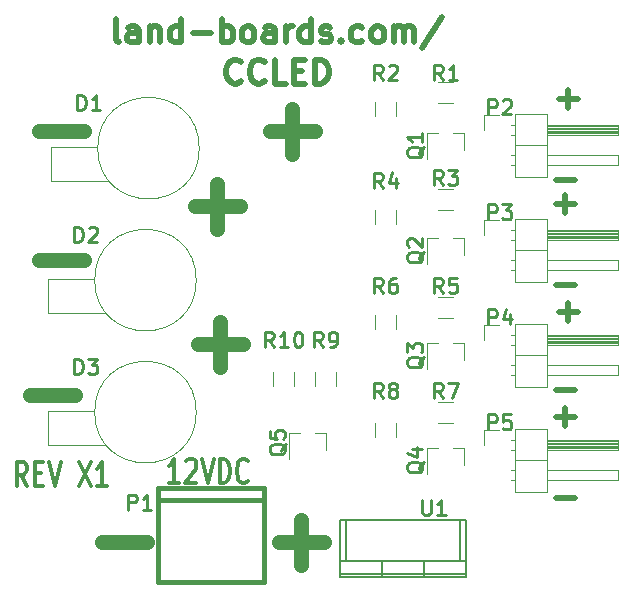
<source format=gbr>
G04 #@! TF.FileFunction,Legend,Top*
%FSLAX46Y46*%
G04 Gerber Fmt 4.6, Leading zero omitted, Abs format (unit mm)*
G04 Created by KiCad (PCBNEW 4.0.5) date 03/11/17 22:16:34*
%MOMM*%
%LPD*%
G01*
G04 APERTURE LIST*
%ADD10C,0.150000*%
%ADD11C,0.508000*%
%ADD12C,0.304800*%
%ADD13C,1.270000*%
%ADD14C,0.500000*%
%ADD15C,0.120000*%
%ADD16C,0.381000*%
%ADD17C,0.254000*%
G04 APERTURE END LIST*
D10*
D11*
X201663905Y-94379143D02*
X203212095Y-94379143D01*
X201663905Y-103269143D02*
X203212095Y-103269143D01*
X201663905Y-112159143D02*
X203212095Y-112159143D01*
X201663905Y-121303143D02*
X203212095Y-121303143D01*
X201663905Y-114445143D02*
X203212095Y-114445143D01*
X202438000Y-115219238D02*
X202438000Y-113671048D01*
X201917905Y-105555143D02*
X203466095Y-105555143D01*
X202692000Y-106329238D02*
X202692000Y-104781048D01*
X201917905Y-87521143D02*
X203466095Y-87521143D01*
X202692000Y-88295238D02*
X202692000Y-86747048D01*
X201663905Y-96411143D02*
X203212095Y-96411143D01*
X202438000Y-97185238D02*
X202438000Y-95637048D01*
D12*
X169744571Y-120045238D02*
X168873714Y-120045238D01*
X169309142Y-120045238D02*
X169309142Y-118013238D01*
X169163999Y-118303524D01*
X169018857Y-118497048D01*
X168873714Y-118593810D01*
X170325143Y-118206762D02*
X170397714Y-118110000D01*
X170542857Y-118013238D01*
X170905714Y-118013238D01*
X171050857Y-118110000D01*
X171123428Y-118206762D01*
X171196000Y-118400286D01*
X171196000Y-118593810D01*
X171123428Y-118884095D01*
X170252571Y-120045238D01*
X171196000Y-120045238D01*
X171631429Y-118013238D02*
X172139429Y-120045238D01*
X172647429Y-118013238D01*
X173155429Y-120045238D02*
X173155429Y-118013238D01*
X173518286Y-118013238D01*
X173736001Y-118110000D01*
X173881143Y-118303524D01*
X173953715Y-118497048D01*
X174026286Y-118884095D01*
X174026286Y-119174381D01*
X173953715Y-119561429D01*
X173881143Y-119754952D01*
X173736001Y-119948476D01*
X173518286Y-120045238D01*
X173155429Y-120045238D01*
X175550286Y-119851714D02*
X175477715Y-119948476D01*
X175260001Y-120045238D01*
X175114858Y-120045238D01*
X174897143Y-119948476D01*
X174752001Y-119754952D01*
X174679429Y-119561429D01*
X174606858Y-119174381D01*
X174606858Y-118884095D01*
X174679429Y-118497048D01*
X174752001Y-118303524D01*
X174897143Y-118110000D01*
X175114858Y-118013238D01*
X175260001Y-118013238D01*
X175477715Y-118110000D01*
X175550286Y-118206762D01*
D13*
X177388762Y-90278857D02*
X181259238Y-90278857D01*
X179324000Y-92214095D02*
X179324000Y-88343619D01*
X171038762Y-96628857D02*
X174909238Y-96628857D01*
X172974000Y-98564095D02*
X172974000Y-94693619D01*
X171292762Y-108312857D02*
X175163238Y-108312857D01*
X173228000Y-110248095D02*
X173228000Y-106377619D01*
X157068762Y-112630857D02*
X160939238Y-112630857D01*
X157830762Y-101200857D02*
X161701238Y-101200857D01*
X157830762Y-90278857D02*
X161701238Y-90278857D01*
D12*
X156863142Y-120299238D02*
X156355142Y-119331619D01*
X155992285Y-120299238D02*
X155992285Y-118267238D01*
X156572857Y-118267238D01*
X156717999Y-118364000D01*
X156790571Y-118460762D01*
X156863142Y-118654286D01*
X156863142Y-118944571D01*
X156790571Y-119138095D01*
X156717999Y-119234857D01*
X156572857Y-119331619D01*
X155992285Y-119331619D01*
X157516285Y-119234857D02*
X158024285Y-119234857D01*
X158241999Y-120299238D02*
X157516285Y-120299238D01*
X157516285Y-118267238D01*
X158241999Y-118267238D01*
X158677428Y-118267238D02*
X159185428Y-120299238D01*
X159693428Y-118267238D01*
X161217428Y-118267238D02*
X162233428Y-120299238D01*
X162233428Y-118267238D02*
X161217428Y-120299238D01*
X163612286Y-120299238D02*
X162741429Y-120299238D01*
X163176857Y-120299238D02*
X163176857Y-118267238D01*
X163031714Y-118557524D01*
X162886572Y-118751048D01*
X162741429Y-118847810D01*
D13*
X163164762Y-125076857D02*
X167035238Y-125076857D01*
X178150762Y-125076857D02*
X182021238Y-125076857D01*
X180086000Y-127012095D02*
X180086000Y-123141619D01*
D14*
X164673047Y-82720762D02*
X164482571Y-82625524D01*
X164387332Y-82435048D01*
X164387332Y-80720762D01*
X166292094Y-82720762D02*
X166292094Y-81673143D01*
X166196856Y-81482667D01*
X166006380Y-81387429D01*
X165625428Y-81387429D01*
X165434951Y-81482667D01*
X166292094Y-82625524D02*
X166101618Y-82720762D01*
X165625428Y-82720762D01*
X165434951Y-82625524D01*
X165339713Y-82435048D01*
X165339713Y-82244571D01*
X165434951Y-82054095D01*
X165625428Y-81958857D01*
X166101618Y-81958857D01*
X166292094Y-81863619D01*
X167244475Y-81387429D02*
X167244475Y-82720762D01*
X167244475Y-81577905D02*
X167339714Y-81482667D01*
X167530190Y-81387429D01*
X167815904Y-81387429D01*
X168006380Y-81482667D01*
X168101618Y-81673143D01*
X168101618Y-82720762D01*
X169911142Y-82720762D02*
X169911142Y-80720762D01*
X169911142Y-82625524D02*
X169720666Y-82720762D01*
X169339714Y-82720762D01*
X169149238Y-82625524D01*
X169053999Y-82530286D01*
X168958761Y-82339810D01*
X168958761Y-81768381D01*
X169053999Y-81577905D01*
X169149238Y-81482667D01*
X169339714Y-81387429D01*
X169720666Y-81387429D01*
X169911142Y-81482667D01*
X170863523Y-81958857D02*
X172387333Y-81958857D01*
X173339713Y-82720762D02*
X173339713Y-80720762D01*
X173339713Y-81482667D02*
X173530190Y-81387429D01*
X173911142Y-81387429D01*
X174101618Y-81482667D01*
X174196856Y-81577905D01*
X174292094Y-81768381D01*
X174292094Y-82339810D01*
X174196856Y-82530286D01*
X174101618Y-82625524D01*
X173911142Y-82720762D01*
X173530190Y-82720762D01*
X173339713Y-82625524D01*
X175434952Y-82720762D02*
X175244476Y-82625524D01*
X175149237Y-82530286D01*
X175053999Y-82339810D01*
X175053999Y-81768381D01*
X175149237Y-81577905D01*
X175244476Y-81482667D01*
X175434952Y-81387429D01*
X175720666Y-81387429D01*
X175911142Y-81482667D01*
X176006380Y-81577905D01*
X176101618Y-81768381D01*
X176101618Y-82339810D01*
X176006380Y-82530286D01*
X175911142Y-82625524D01*
X175720666Y-82720762D01*
X175434952Y-82720762D01*
X177815904Y-82720762D02*
X177815904Y-81673143D01*
X177720666Y-81482667D01*
X177530190Y-81387429D01*
X177149238Y-81387429D01*
X176958761Y-81482667D01*
X177815904Y-82625524D02*
X177625428Y-82720762D01*
X177149238Y-82720762D01*
X176958761Y-82625524D01*
X176863523Y-82435048D01*
X176863523Y-82244571D01*
X176958761Y-82054095D01*
X177149238Y-81958857D01*
X177625428Y-81958857D01*
X177815904Y-81863619D01*
X178768285Y-82720762D02*
X178768285Y-81387429D01*
X178768285Y-81768381D02*
X178863524Y-81577905D01*
X178958762Y-81482667D01*
X179149238Y-81387429D01*
X179339714Y-81387429D01*
X180863523Y-82720762D02*
X180863523Y-80720762D01*
X180863523Y-82625524D02*
X180673047Y-82720762D01*
X180292095Y-82720762D01*
X180101619Y-82625524D01*
X180006380Y-82530286D01*
X179911142Y-82339810D01*
X179911142Y-81768381D01*
X180006380Y-81577905D01*
X180101619Y-81482667D01*
X180292095Y-81387429D01*
X180673047Y-81387429D01*
X180863523Y-81482667D01*
X181720666Y-82625524D02*
X181911143Y-82720762D01*
X182292095Y-82720762D01*
X182482571Y-82625524D01*
X182577809Y-82435048D01*
X182577809Y-82339810D01*
X182482571Y-82149333D01*
X182292095Y-82054095D01*
X182006381Y-82054095D01*
X181815904Y-81958857D01*
X181720666Y-81768381D01*
X181720666Y-81673143D01*
X181815904Y-81482667D01*
X182006381Y-81387429D01*
X182292095Y-81387429D01*
X182482571Y-81482667D01*
X183434952Y-82530286D02*
X183530191Y-82625524D01*
X183434952Y-82720762D01*
X183339714Y-82625524D01*
X183434952Y-82530286D01*
X183434952Y-82720762D01*
X185244476Y-82625524D02*
X185054000Y-82720762D01*
X184673048Y-82720762D01*
X184482572Y-82625524D01*
X184387333Y-82530286D01*
X184292095Y-82339810D01*
X184292095Y-81768381D01*
X184387333Y-81577905D01*
X184482572Y-81482667D01*
X184673048Y-81387429D01*
X185054000Y-81387429D01*
X185244476Y-81482667D01*
X186387334Y-82720762D02*
X186196858Y-82625524D01*
X186101619Y-82530286D01*
X186006381Y-82339810D01*
X186006381Y-81768381D01*
X186101619Y-81577905D01*
X186196858Y-81482667D01*
X186387334Y-81387429D01*
X186673048Y-81387429D01*
X186863524Y-81482667D01*
X186958762Y-81577905D01*
X187054000Y-81768381D01*
X187054000Y-82339810D01*
X186958762Y-82530286D01*
X186863524Y-82625524D01*
X186673048Y-82720762D01*
X186387334Y-82720762D01*
X187911143Y-82720762D02*
X187911143Y-81387429D01*
X187911143Y-81577905D02*
X188006382Y-81482667D01*
X188196858Y-81387429D01*
X188482572Y-81387429D01*
X188673048Y-81482667D01*
X188768286Y-81673143D01*
X188768286Y-82720762D01*
X188768286Y-81673143D02*
X188863524Y-81482667D01*
X189054001Y-81387429D01*
X189339715Y-81387429D01*
X189530191Y-81482667D01*
X189625429Y-81673143D01*
X189625429Y-82720762D01*
X192006382Y-80625524D02*
X190292096Y-83196952D01*
X174958762Y-86030286D02*
X174863524Y-86125524D01*
X174577809Y-86220762D01*
X174387333Y-86220762D01*
X174101619Y-86125524D01*
X173911143Y-85935048D01*
X173815904Y-85744571D01*
X173720666Y-85363619D01*
X173720666Y-85077905D01*
X173815904Y-84696952D01*
X173911143Y-84506476D01*
X174101619Y-84316000D01*
X174387333Y-84220762D01*
X174577809Y-84220762D01*
X174863524Y-84316000D01*
X174958762Y-84411238D01*
X176958762Y-86030286D02*
X176863524Y-86125524D01*
X176577809Y-86220762D01*
X176387333Y-86220762D01*
X176101619Y-86125524D01*
X175911143Y-85935048D01*
X175815904Y-85744571D01*
X175720666Y-85363619D01*
X175720666Y-85077905D01*
X175815904Y-84696952D01*
X175911143Y-84506476D01*
X176101619Y-84316000D01*
X176387333Y-84220762D01*
X176577809Y-84220762D01*
X176863524Y-84316000D01*
X176958762Y-84411238D01*
X178768285Y-86220762D02*
X177815904Y-86220762D01*
X177815904Y-84220762D01*
X179434952Y-85173143D02*
X180101619Y-85173143D01*
X180387333Y-86220762D02*
X179434952Y-86220762D01*
X179434952Y-84220762D01*
X180387333Y-84220762D01*
X181244476Y-86220762D02*
X181244476Y-84220762D01*
X181720667Y-84220762D01*
X182006381Y-84316000D01*
X182196857Y-84506476D01*
X182292096Y-84696952D01*
X182387334Y-85077905D01*
X182387334Y-85363619D01*
X182292096Y-85744571D01*
X182196857Y-85935048D01*
X182006381Y-86125524D01*
X181720667Y-86220762D01*
X181244476Y-86220762D01*
D15*
X193858000Y-108206000D02*
X192928000Y-108206000D01*
X190698000Y-108206000D02*
X191628000Y-108206000D01*
X190698000Y-108206000D02*
X190698000Y-110366000D01*
X193858000Y-108206000D02*
X193858000Y-109666000D01*
X198130000Y-115450000D02*
X198130000Y-118110000D01*
X198130000Y-118110000D02*
X200870000Y-118110000D01*
X200870000Y-118110000D02*
X200870000Y-115450000D01*
X200870000Y-115450000D02*
X198130000Y-115450000D01*
X200870000Y-116400000D02*
X200870000Y-117280000D01*
X200870000Y-117280000D02*
X206870000Y-117280000D01*
X206870000Y-117280000D02*
X206870000Y-116400000D01*
X206870000Y-116400000D02*
X200870000Y-116400000D01*
X197820000Y-116400000D02*
X198130000Y-116400000D01*
X197820000Y-117280000D02*
X198130000Y-117280000D01*
X200870000Y-116520000D02*
X206870000Y-116520000D01*
X200870000Y-116640000D02*
X206870000Y-116640000D01*
X200870000Y-116760000D02*
X206870000Y-116760000D01*
X200870000Y-116880000D02*
X206870000Y-116880000D01*
X200870000Y-117000000D02*
X206870000Y-117000000D01*
X200870000Y-117120000D02*
X206870000Y-117120000D01*
X200870000Y-117240000D02*
X206870000Y-117240000D01*
X198130000Y-118110000D02*
X198130000Y-120770000D01*
X198130000Y-120770000D02*
X200870000Y-120770000D01*
X200870000Y-120770000D02*
X200870000Y-118110000D01*
X200870000Y-118110000D02*
X198130000Y-118110000D01*
X200870000Y-118940000D02*
X200870000Y-119820000D01*
X200870000Y-119820000D02*
X206870000Y-119820000D01*
X206870000Y-119820000D02*
X206870000Y-118940000D01*
X206870000Y-118940000D02*
X200870000Y-118940000D01*
X197820000Y-118940000D02*
X198130000Y-118940000D01*
X197820000Y-119820000D02*
X198130000Y-119820000D01*
X195580000Y-116840000D02*
X195580000Y-115570000D01*
X195580000Y-115570000D02*
X196850000Y-115570000D01*
D16*
X167926000Y-120468000D02*
X167926000Y-128468000D01*
X176926000Y-120468000D02*
X176926000Y-128468000D01*
X167926000Y-128468000D02*
X176926000Y-128468000D01*
X167926000Y-121468000D02*
X176926000Y-121468000D01*
X167926000Y-120468000D02*
X176926000Y-120468000D01*
D15*
X193858000Y-90426000D02*
X192928000Y-90426000D01*
X190698000Y-90426000D02*
X191628000Y-90426000D01*
X190698000Y-90426000D02*
X190698000Y-92586000D01*
X193858000Y-90426000D02*
X193858000Y-91886000D01*
X193858000Y-99316000D02*
X192928000Y-99316000D01*
X190698000Y-99316000D02*
X191628000Y-99316000D01*
X190698000Y-99316000D02*
X190698000Y-101476000D01*
X193858000Y-99316000D02*
X193858000Y-100776000D01*
X193858000Y-117096000D02*
X192928000Y-117096000D01*
X190698000Y-117096000D02*
X191628000Y-117096000D01*
X190698000Y-117096000D02*
X190698000Y-119256000D01*
X193858000Y-117096000D02*
X193858000Y-118556000D01*
X191678000Y-86115000D02*
X192878000Y-86115000D01*
X192878000Y-87875000D02*
X191678000Y-87875000D01*
X186318000Y-88992000D02*
X186318000Y-87792000D01*
X188078000Y-87792000D02*
X188078000Y-88992000D01*
X191678000Y-95132000D02*
X192878000Y-95132000D01*
X192878000Y-96892000D02*
X191678000Y-96892000D01*
X186318000Y-98136000D02*
X186318000Y-96936000D01*
X188078000Y-96936000D02*
X188078000Y-98136000D01*
X191678000Y-104276000D02*
X192878000Y-104276000D01*
X192878000Y-106036000D02*
X191678000Y-106036000D01*
X186318000Y-107026000D02*
X186318000Y-105826000D01*
X188078000Y-105826000D02*
X188078000Y-107026000D01*
X191678000Y-113166000D02*
X192878000Y-113166000D01*
X192878000Y-114926000D02*
X191678000Y-114926000D01*
X186318000Y-116170000D02*
X186318000Y-114970000D01*
X188078000Y-114970000D02*
X188078000Y-116170000D01*
D10*
X183896000Y-126619000D02*
X183896000Y-123190000D01*
X193548000Y-126619000D02*
X193548000Y-123190000D01*
X183388000Y-127762000D02*
X194056000Y-127762000D01*
X186944000Y-126746000D02*
X186944000Y-128016000D01*
X190500000Y-126746000D02*
X190500000Y-128016000D01*
X194056000Y-126619000D02*
X183388000Y-126619000D01*
X183388000Y-123190000D02*
X194056000Y-123190000D01*
X194056000Y-128016000D02*
X194056000Y-123190000D01*
X183388000Y-128016000D02*
X183388000Y-123190000D01*
X183388000Y-128016000D02*
X194056000Y-128016000D01*
D15*
X198130000Y-88780000D02*
X198130000Y-91440000D01*
X198130000Y-91440000D02*
X200870000Y-91440000D01*
X200870000Y-91440000D02*
X200870000Y-88780000D01*
X200870000Y-88780000D02*
X198130000Y-88780000D01*
X200870000Y-89730000D02*
X200870000Y-90610000D01*
X200870000Y-90610000D02*
X206870000Y-90610000D01*
X206870000Y-90610000D02*
X206870000Y-89730000D01*
X206870000Y-89730000D02*
X200870000Y-89730000D01*
X197820000Y-89730000D02*
X198130000Y-89730000D01*
X197820000Y-90610000D02*
X198130000Y-90610000D01*
X200870000Y-89850000D02*
X206870000Y-89850000D01*
X200870000Y-89970000D02*
X206870000Y-89970000D01*
X200870000Y-90090000D02*
X206870000Y-90090000D01*
X200870000Y-90210000D02*
X206870000Y-90210000D01*
X200870000Y-90330000D02*
X206870000Y-90330000D01*
X200870000Y-90450000D02*
X206870000Y-90450000D01*
X200870000Y-90570000D02*
X206870000Y-90570000D01*
X198130000Y-91440000D02*
X198130000Y-94100000D01*
X198130000Y-94100000D02*
X200870000Y-94100000D01*
X200870000Y-94100000D02*
X200870000Y-91440000D01*
X200870000Y-91440000D02*
X198130000Y-91440000D01*
X200870000Y-92270000D02*
X200870000Y-93150000D01*
X200870000Y-93150000D02*
X206870000Y-93150000D01*
X206870000Y-93150000D02*
X206870000Y-92270000D01*
X206870000Y-92270000D02*
X200870000Y-92270000D01*
X197820000Y-92270000D02*
X198130000Y-92270000D01*
X197820000Y-93150000D02*
X198130000Y-93150000D01*
X195580000Y-90170000D02*
X195580000Y-88900000D01*
X195580000Y-88900000D02*
X196850000Y-88900000D01*
X198130000Y-97670000D02*
X198130000Y-100330000D01*
X198130000Y-100330000D02*
X200870000Y-100330000D01*
X200870000Y-100330000D02*
X200870000Y-97670000D01*
X200870000Y-97670000D02*
X198130000Y-97670000D01*
X200870000Y-98620000D02*
X200870000Y-99500000D01*
X200870000Y-99500000D02*
X206870000Y-99500000D01*
X206870000Y-99500000D02*
X206870000Y-98620000D01*
X206870000Y-98620000D02*
X200870000Y-98620000D01*
X197820000Y-98620000D02*
X198130000Y-98620000D01*
X197820000Y-99500000D02*
X198130000Y-99500000D01*
X200870000Y-98740000D02*
X206870000Y-98740000D01*
X200870000Y-98860000D02*
X206870000Y-98860000D01*
X200870000Y-98980000D02*
X206870000Y-98980000D01*
X200870000Y-99100000D02*
X206870000Y-99100000D01*
X200870000Y-99220000D02*
X206870000Y-99220000D01*
X200870000Y-99340000D02*
X206870000Y-99340000D01*
X200870000Y-99460000D02*
X206870000Y-99460000D01*
X198130000Y-100330000D02*
X198130000Y-102990000D01*
X198130000Y-102990000D02*
X200870000Y-102990000D01*
X200870000Y-102990000D02*
X200870000Y-100330000D01*
X200870000Y-100330000D02*
X198130000Y-100330000D01*
X200870000Y-101160000D02*
X200870000Y-102040000D01*
X200870000Y-102040000D02*
X206870000Y-102040000D01*
X206870000Y-102040000D02*
X206870000Y-101160000D01*
X206870000Y-101160000D02*
X200870000Y-101160000D01*
X197820000Y-101160000D02*
X198130000Y-101160000D01*
X197820000Y-102040000D02*
X198130000Y-102040000D01*
X195580000Y-99060000D02*
X195580000Y-97790000D01*
X195580000Y-97790000D02*
X196850000Y-97790000D01*
X198130000Y-106560000D02*
X198130000Y-109220000D01*
X198130000Y-109220000D02*
X200870000Y-109220000D01*
X200870000Y-109220000D02*
X200870000Y-106560000D01*
X200870000Y-106560000D02*
X198130000Y-106560000D01*
X200870000Y-107510000D02*
X200870000Y-108390000D01*
X200870000Y-108390000D02*
X206870000Y-108390000D01*
X206870000Y-108390000D02*
X206870000Y-107510000D01*
X206870000Y-107510000D02*
X200870000Y-107510000D01*
X197820000Y-107510000D02*
X198130000Y-107510000D01*
X197820000Y-108390000D02*
X198130000Y-108390000D01*
X200870000Y-107630000D02*
X206870000Y-107630000D01*
X200870000Y-107750000D02*
X206870000Y-107750000D01*
X200870000Y-107870000D02*
X206870000Y-107870000D01*
X200870000Y-107990000D02*
X206870000Y-107990000D01*
X200870000Y-108110000D02*
X206870000Y-108110000D01*
X200870000Y-108230000D02*
X206870000Y-108230000D01*
X200870000Y-108350000D02*
X206870000Y-108350000D01*
X198130000Y-109220000D02*
X198130000Y-111880000D01*
X198130000Y-111880000D02*
X200870000Y-111880000D01*
X200870000Y-111880000D02*
X200870000Y-109220000D01*
X200870000Y-109220000D02*
X198130000Y-109220000D01*
X200870000Y-110050000D02*
X200870000Y-110930000D01*
X200870000Y-110930000D02*
X206870000Y-110930000D01*
X206870000Y-110930000D02*
X206870000Y-110050000D01*
X206870000Y-110050000D02*
X200870000Y-110050000D01*
X197820000Y-110050000D02*
X198130000Y-110050000D01*
X197820000Y-110930000D02*
X198130000Y-110930000D01*
X195580000Y-107950000D02*
X195580000Y-106680000D01*
X195580000Y-106680000D02*
X196850000Y-106680000D01*
X158877000Y-94488000D02*
X163703000Y-94488000D01*
X158877000Y-91567000D02*
X158877000Y-94488000D01*
X162687000Y-91567000D02*
X158877000Y-91567000D01*
X171432000Y-91694000D02*
G75*
G03X171432000Y-91694000I-4300000J0D01*
G01*
X158623000Y-105664000D02*
X163449000Y-105664000D01*
X158623000Y-102743000D02*
X158623000Y-105664000D01*
X162433000Y-102743000D02*
X158623000Y-102743000D01*
X171178000Y-102870000D02*
G75*
G03X171178000Y-102870000I-4300000J0D01*
G01*
X158623000Y-116840000D02*
X163449000Y-116840000D01*
X158623000Y-113919000D02*
X158623000Y-116840000D01*
X162433000Y-113919000D02*
X158623000Y-113919000D01*
X171178000Y-114046000D02*
G75*
G03X171178000Y-114046000I-4300000J0D01*
G01*
X182174000Y-115826000D02*
X181244000Y-115826000D01*
X179014000Y-115826000D02*
X179944000Y-115826000D01*
X179014000Y-115826000D02*
X179014000Y-117986000D01*
X182174000Y-115826000D02*
X182174000Y-117286000D01*
X182998000Y-110652000D02*
X182998000Y-111852000D01*
X181238000Y-111852000D02*
X181238000Y-110652000D01*
X177682000Y-111852000D02*
X177682000Y-110652000D01*
X179442000Y-110652000D02*
X179442000Y-111852000D01*
D17*
X190433476Y-109340952D02*
X190373000Y-109461905D01*
X190252048Y-109582857D01*
X190070619Y-109764286D01*
X190010143Y-109885238D01*
X190010143Y-110006190D01*
X190312524Y-109945714D02*
X190252048Y-110066667D01*
X190131095Y-110187619D01*
X189889190Y-110248095D01*
X189465857Y-110248095D01*
X189223952Y-110187619D01*
X189103000Y-110066667D01*
X189042524Y-109945714D01*
X189042524Y-109703810D01*
X189103000Y-109582857D01*
X189223952Y-109461905D01*
X189465857Y-109401429D01*
X189889190Y-109401429D01*
X190131095Y-109461905D01*
X190252048Y-109582857D01*
X190312524Y-109703810D01*
X190312524Y-109945714D01*
X189042524Y-108978095D02*
X189042524Y-108191905D01*
X189526333Y-108615238D01*
X189526333Y-108433810D01*
X189586810Y-108312857D01*
X189647286Y-108252381D01*
X189768238Y-108191905D01*
X190070619Y-108191905D01*
X190191571Y-108252381D01*
X190252048Y-108312857D01*
X190312524Y-108433810D01*
X190312524Y-108796667D01*
X190252048Y-108917619D01*
X190191571Y-108978095D01*
X195912619Y-115509524D02*
X195912619Y-114239524D01*
X196396428Y-114239524D01*
X196517381Y-114300000D01*
X196577857Y-114360476D01*
X196638333Y-114481429D01*
X196638333Y-114662857D01*
X196577857Y-114783810D01*
X196517381Y-114844286D01*
X196396428Y-114904762D01*
X195912619Y-114904762D01*
X197787381Y-114239524D02*
X197182619Y-114239524D01*
X197122143Y-114844286D01*
X197182619Y-114783810D01*
X197303571Y-114723333D01*
X197605952Y-114723333D01*
X197726905Y-114783810D01*
X197787381Y-114844286D01*
X197847857Y-114965238D01*
X197847857Y-115267619D01*
X197787381Y-115388571D01*
X197726905Y-115449048D01*
X197605952Y-115509524D01*
X197303571Y-115509524D01*
X197182619Y-115449048D01*
X197122143Y-115388571D01*
X165429119Y-122294024D02*
X165429119Y-121024024D01*
X165912928Y-121024024D01*
X166033881Y-121084500D01*
X166094357Y-121144976D01*
X166154833Y-121265929D01*
X166154833Y-121447357D01*
X166094357Y-121568310D01*
X166033881Y-121628786D01*
X165912928Y-121689262D01*
X165429119Y-121689262D01*
X167364357Y-122294024D02*
X166638643Y-122294024D01*
X167001500Y-122294024D02*
X167001500Y-121024024D01*
X166880548Y-121205452D01*
X166759595Y-121326405D01*
X166638643Y-121386881D01*
X190433476Y-91560952D02*
X190373000Y-91681905D01*
X190252048Y-91802857D01*
X190070619Y-91984286D01*
X190010143Y-92105238D01*
X190010143Y-92226190D01*
X190312524Y-92165714D02*
X190252048Y-92286667D01*
X190131095Y-92407619D01*
X189889190Y-92468095D01*
X189465857Y-92468095D01*
X189223952Y-92407619D01*
X189103000Y-92286667D01*
X189042524Y-92165714D01*
X189042524Y-91923810D01*
X189103000Y-91802857D01*
X189223952Y-91681905D01*
X189465857Y-91621429D01*
X189889190Y-91621429D01*
X190131095Y-91681905D01*
X190252048Y-91802857D01*
X190312524Y-91923810D01*
X190312524Y-92165714D01*
X190312524Y-90411905D02*
X190312524Y-91137619D01*
X190312524Y-90774762D02*
X189042524Y-90774762D01*
X189223952Y-90895714D01*
X189344905Y-91016667D01*
X189405381Y-91137619D01*
X190433476Y-100450952D02*
X190373000Y-100571905D01*
X190252048Y-100692857D01*
X190070619Y-100874286D01*
X190010143Y-100995238D01*
X190010143Y-101116190D01*
X190312524Y-101055714D02*
X190252048Y-101176667D01*
X190131095Y-101297619D01*
X189889190Y-101358095D01*
X189465857Y-101358095D01*
X189223952Y-101297619D01*
X189103000Y-101176667D01*
X189042524Y-101055714D01*
X189042524Y-100813810D01*
X189103000Y-100692857D01*
X189223952Y-100571905D01*
X189465857Y-100511429D01*
X189889190Y-100511429D01*
X190131095Y-100571905D01*
X190252048Y-100692857D01*
X190312524Y-100813810D01*
X190312524Y-101055714D01*
X189163476Y-100027619D02*
X189103000Y-99967143D01*
X189042524Y-99846191D01*
X189042524Y-99543810D01*
X189103000Y-99422857D01*
X189163476Y-99362381D01*
X189284429Y-99301905D01*
X189405381Y-99301905D01*
X189586810Y-99362381D01*
X190312524Y-100088095D01*
X190312524Y-99301905D01*
X190433476Y-118230952D02*
X190373000Y-118351905D01*
X190252048Y-118472857D01*
X190070619Y-118654286D01*
X190010143Y-118775238D01*
X190010143Y-118896190D01*
X190312524Y-118835714D02*
X190252048Y-118956667D01*
X190131095Y-119077619D01*
X189889190Y-119138095D01*
X189465857Y-119138095D01*
X189223952Y-119077619D01*
X189103000Y-118956667D01*
X189042524Y-118835714D01*
X189042524Y-118593810D01*
X189103000Y-118472857D01*
X189223952Y-118351905D01*
X189465857Y-118291429D01*
X189889190Y-118291429D01*
X190131095Y-118351905D01*
X190252048Y-118472857D01*
X190312524Y-118593810D01*
X190312524Y-118835714D01*
X189465857Y-117202857D02*
X190312524Y-117202857D01*
X188982048Y-117505238D02*
X189889190Y-117807619D01*
X189889190Y-117021429D01*
X192066333Y-85918524D02*
X191643000Y-85313762D01*
X191340619Y-85918524D02*
X191340619Y-84648524D01*
X191824428Y-84648524D01*
X191945381Y-84709000D01*
X192005857Y-84769476D01*
X192066333Y-84890429D01*
X192066333Y-85071857D01*
X192005857Y-85192810D01*
X191945381Y-85253286D01*
X191824428Y-85313762D01*
X191340619Y-85313762D01*
X193275857Y-85918524D02*
X192550143Y-85918524D01*
X192913000Y-85918524D02*
X192913000Y-84648524D01*
X192792048Y-84829952D01*
X192671095Y-84950905D01*
X192550143Y-85011381D01*
X186986333Y-85918524D02*
X186563000Y-85313762D01*
X186260619Y-85918524D02*
X186260619Y-84648524D01*
X186744428Y-84648524D01*
X186865381Y-84709000D01*
X186925857Y-84769476D01*
X186986333Y-84890429D01*
X186986333Y-85071857D01*
X186925857Y-85192810D01*
X186865381Y-85253286D01*
X186744428Y-85313762D01*
X186260619Y-85313762D01*
X187470143Y-84769476D02*
X187530619Y-84709000D01*
X187651571Y-84648524D01*
X187953952Y-84648524D01*
X188074905Y-84709000D01*
X188135381Y-84769476D01*
X188195857Y-84890429D01*
X188195857Y-85011381D01*
X188135381Y-85192810D01*
X187409667Y-85918524D01*
X188195857Y-85918524D01*
X192066333Y-94808524D02*
X191643000Y-94203762D01*
X191340619Y-94808524D02*
X191340619Y-93538524D01*
X191824428Y-93538524D01*
X191945381Y-93599000D01*
X192005857Y-93659476D01*
X192066333Y-93780429D01*
X192066333Y-93961857D01*
X192005857Y-94082810D01*
X191945381Y-94143286D01*
X191824428Y-94203762D01*
X191340619Y-94203762D01*
X192489667Y-93538524D02*
X193275857Y-93538524D01*
X192852524Y-94022333D01*
X193033952Y-94022333D01*
X193154905Y-94082810D01*
X193215381Y-94143286D01*
X193275857Y-94264238D01*
X193275857Y-94566619D01*
X193215381Y-94687571D01*
X193154905Y-94748048D01*
X193033952Y-94808524D01*
X192671095Y-94808524D01*
X192550143Y-94748048D01*
X192489667Y-94687571D01*
X186986333Y-95062524D02*
X186563000Y-94457762D01*
X186260619Y-95062524D02*
X186260619Y-93792524D01*
X186744428Y-93792524D01*
X186865381Y-93853000D01*
X186925857Y-93913476D01*
X186986333Y-94034429D01*
X186986333Y-94215857D01*
X186925857Y-94336810D01*
X186865381Y-94397286D01*
X186744428Y-94457762D01*
X186260619Y-94457762D01*
X188074905Y-94215857D02*
X188074905Y-95062524D01*
X187772524Y-93732048D02*
X187470143Y-94639190D01*
X188256333Y-94639190D01*
X192066333Y-103952524D02*
X191643000Y-103347762D01*
X191340619Y-103952524D02*
X191340619Y-102682524D01*
X191824428Y-102682524D01*
X191945381Y-102743000D01*
X192005857Y-102803476D01*
X192066333Y-102924429D01*
X192066333Y-103105857D01*
X192005857Y-103226810D01*
X191945381Y-103287286D01*
X191824428Y-103347762D01*
X191340619Y-103347762D01*
X193215381Y-102682524D02*
X192610619Y-102682524D01*
X192550143Y-103287286D01*
X192610619Y-103226810D01*
X192731571Y-103166333D01*
X193033952Y-103166333D01*
X193154905Y-103226810D01*
X193215381Y-103287286D01*
X193275857Y-103408238D01*
X193275857Y-103710619D01*
X193215381Y-103831571D01*
X193154905Y-103892048D01*
X193033952Y-103952524D01*
X192731571Y-103952524D01*
X192610619Y-103892048D01*
X192550143Y-103831571D01*
X186986333Y-103952524D02*
X186563000Y-103347762D01*
X186260619Y-103952524D02*
X186260619Y-102682524D01*
X186744428Y-102682524D01*
X186865381Y-102743000D01*
X186925857Y-102803476D01*
X186986333Y-102924429D01*
X186986333Y-103105857D01*
X186925857Y-103226810D01*
X186865381Y-103287286D01*
X186744428Y-103347762D01*
X186260619Y-103347762D01*
X188074905Y-102682524D02*
X187833000Y-102682524D01*
X187712048Y-102743000D01*
X187651571Y-102803476D01*
X187530619Y-102984905D01*
X187470143Y-103226810D01*
X187470143Y-103710619D01*
X187530619Y-103831571D01*
X187591095Y-103892048D01*
X187712048Y-103952524D01*
X187953952Y-103952524D01*
X188074905Y-103892048D01*
X188135381Y-103831571D01*
X188195857Y-103710619D01*
X188195857Y-103408238D01*
X188135381Y-103287286D01*
X188074905Y-103226810D01*
X187953952Y-103166333D01*
X187712048Y-103166333D01*
X187591095Y-103226810D01*
X187530619Y-103287286D01*
X187470143Y-103408238D01*
X192066333Y-112842524D02*
X191643000Y-112237762D01*
X191340619Y-112842524D02*
X191340619Y-111572524D01*
X191824428Y-111572524D01*
X191945381Y-111633000D01*
X192005857Y-111693476D01*
X192066333Y-111814429D01*
X192066333Y-111995857D01*
X192005857Y-112116810D01*
X191945381Y-112177286D01*
X191824428Y-112237762D01*
X191340619Y-112237762D01*
X192489667Y-111572524D02*
X193336333Y-111572524D01*
X192792048Y-112842524D01*
X186986333Y-112842524D02*
X186563000Y-112237762D01*
X186260619Y-112842524D02*
X186260619Y-111572524D01*
X186744428Y-111572524D01*
X186865381Y-111633000D01*
X186925857Y-111693476D01*
X186986333Y-111814429D01*
X186986333Y-111995857D01*
X186925857Y-112116810D01*
X186865381Y-112177286D01*
X186744428Y-112237762D01*
X186260619Y-112237762D01*
X187712048Y-112116810D02*
X187591095Y-112056333D01*
X187530619Y-111995857D01*
X187470143Y-111874905D01*
X187470143Y-111814429D01*
X187530619Y-111693476D01*
X187591095Y-111633000D01*
X187712048Y-111572524D01*
X187953952Y-111572524D01*
X188074905Y-111633000D01*
X188135381Y-111693476D01*
X188195857Y-111814429D01*
X188195857Y-111874905D01*
X188135381Y-111995857D01*
X188074905Y-112056333D01*
X187953952Y-112116810D01*
X187712048Y-112116810D01*
X187591095Y-112177286D01*
X187530619Y-112237762D01*
X187470143Y-112358714D01*
X187470143Y-112600619D01*
X187530619Y-112721571D01*
X187591095Y-112782048D01*
X187712048Y-112842524D01*
X187953952Y-112842524D01*
X188074905Y-112782048D01*
X188135381Y-112721571D01*
X188195857Y-112600619D01*
X188195857Y-112358714D01*
X188135381Y-112237762D01*
X188074905Y-112177286D01*
X187953952Y-112116810D01*
X190294381Y-121478524D02*
X190294381Y-122506619D01*
X190354857Y-122627571D01*
X190415333Y-122688048D01*
X190536286Y-122748524D01*
X190778190Y-122748524D01*
X190899143Y-122688048D01*
X190959619Y-122627571D01*
X191020095Y-122506619D01*
X191020095Y-121478524D01*
X192290095Y-122748524D02*
X191564381Y-122748524D01*
X191927238Y-122748524D02*
X191927238Y-121478524D01*
X191806286Y-121659952D01*
X191685333Y-121780905D01*
X191564381Y-121841381D01*
X195912619Y-88839524D02*
X195912619Y-87569524D01*
X196396428Y-87569524D01*
X196517381Y-87630000D01*
X196577857Y-87690476D01*
X196638333Y-87811429D01*
X196638333Y-87992857D01*
X196577857Y-88113810D01*
X196517381Y-88174286D01*
X196396428Y-88234762D01*
X195912619Y-88234762D01*
X197122143Y-87690476D02*
X197182619Y-87630000D01*
X197303571Y-87569524D01*
X197605952Y-87569524D01*
X197726905Y-87630000D01*
X197787381Y-87690476D01*
X197847857Y-87811429D01*
X197847857Y-87932381D01*
X197787381Y-88113810D01*
X197061667Y-88839524D01*
X197847857Y-88839524D01*
X195912619Y-97729524D02*
X195912619Y-96459524D01*
X196396428Y-96459524D01*
X196517381Y-96520000D01*
X196577857Y-96580476D01*
X196638333Y-96701429D01*
X196638333Y-96882857D01*
X196577857Y-97003810D01*
X196517381Y-97064286D01*
X196396428Y-97124762D01*
X195912619Y-97124762D01*
X197061667Y-96459524D02*
X197847857Y-96459524D01*
X197424524Y-96943333D01*
X197605952Y-96943333D01*
X197726905Y-97003810D01*
X197787381Y-97064286D01*
X197847857Y-97185238D01*
X197847857Y-97487619D01*
X197787381Y-97608571D01*
X197726905Y-97669048D01*
X197605952Y-97729524D01*
X197243095Y-97729524D01*
X197122143Y-97669048D01*
X197061667Y-97608571D01*
X195912619Y-106619524D02*
X195912619Y-105349524D01*
X196396428Y-105349524D01*
X196517381Y-105410000D01*
X196577857Y-105470476D01*
X196638333Y-105591429D01*
X196638333Y-105772857D01*
X196577857Y-105893810D01*
X196517381Y-105954286D01*
X196396428Y-106014762D01*
X195912619Y-106014762D01*
X197726905Y-105772857D02*
X197726905Y-106619524D01*
X197424524Y-105289048D02*
X197122143Y-106196190D01*
X197908333Y-106196190D01*
X161114619Y-88458524D02*
X161114619Y-87188524D01*
X161417000Y-87188524D01*
X161598428Y-87249000D01*
X161719381Y-87369952D01*
X161779857Y-87490905D01*
X161840333Y-87732810D01*
X161840333Y-87914238D01*
X161779857Y-88156143D01*
X161719381Y-88277095D01*
X161598428Y-88398048D01*
X161417000Y-88458524D01*
X161114619Y-88458524D01*
X163049857Y-88458524D02*
X162324143Y-88458524D01*
X162687000Y-88458524D02*
X162687000Y-87188524D01*
X162566048Y-87369952D01*
X162445095Y-87490905D01*
X162324143Y-87551381D01*
X160860619Y-99634524D02*
X160860619Y-98364524D01*
X161163000Y-98364524D01*
X161344428Y-98425000D01*
X161465381Y-98545952D01*
X161525857Y-98666905D01*
X161586333Y-98908810D01*
X161586333Y-99090238D01*
X161525857Y-99332143D01*
X161465381Y-99453095D01*
X161344428Y-99574048D01*
X161163000Y-99634524D01*
X160860619Y-99634524D01*
X162070143Y-98485476D02*
X162130619Y-98425000D01*
X162251571Y-98364524D01*
X162553952Y-98364524D01*
X162674905Y-98425000D01*
X162735381Y-98485476D01*
X162795857Y-98606429D01*
X162795857Y-98727381D01*
X162735381Y-98908810D01*
X162009667Y-99634524D01*
X162795857Y-99634524D01*
X160860619Y-110810524D02*
X160860619Y-109540524D01*
X161163000Y-109540524D01*
X161344428Y-109601000D01*
X161465381Y-109721952D01*
X161525857Y-109842905D01*
X161586333Y-110084810D01*
X161586333Y-110266238D01*
X161525857Y-110508143D01*
X161465381Y-110629095D01*
X161344428Y-110750048D01*
X161163000Y-110810524D01*
X160860619Y-110810524D01*
X162009667Y-109540524D02*
X162795857Y-109540524D01*
X162372524Y-110024333D01*
X162553952Y-110024333D01*
X162674905Y-110084810D01*
X162735381Y-110145286D01*
X162795857Y-110266238D01*
X162795857Y-110568619D01*
X162735381Y-110689571D01*
X162674905Y-110750048D01*
X162553952Y-110810524D01*
X162191095Y-110810524D01*
X162070143Y-110750048D01*
X162009667Y-110689571D01*
X178789476Y-116706952D02*
X178729000Y-116827905D01*
X178608048Y-116948857D01*
X178426619Y-117130286D01*
X178366143Y-117251238D01*
X178366143Y-117372190D01*
X178668524Y-117311714D02*
X178608048Y-117432667D01*
X178487095Y-117553619D01*
X178245190Y-117614095D01*
X177821857Y-117614095D01*
X177579952Y-117553619D01*
X177459000Y-117432667D01*
X177398524Y-117311714D01*
X177398524Y-117069810D01*
X177459000Y-116948857D01*
X177579952Y-116827905D01*
X177821857Y-116767429D01*
X178245190Y-116767429D01*
X178487095Y-116827905D01*
X178608048Y-116948857D01*
X178668524Y-117069810D01*
X178668524Y-117311714D01*
X177398524Y-115618381D02*
X177398524Y-116223143D01*
X178003286Y-116283619D01*
X177942810Y-116223143D01*
X177882333Y-116102191D01*
X177882333Y-115799810D01*
X177942810Y-115678857D01*
X178003286Y-115618381D01*
X178124238Y-115557905D01*
X178426619Y-115557905D01*
X178547571Y-115618381D01*
X178608048Y-115678857D01*
X178668524Y-115799810D01*
X178668524Y-116102191D01*
X178608048Y-116223143D01*
X178547571Y-116283619D01*
X181906333Y-108524524D02*
X181483000Y-107919762D01*
X181180619Y-108524524D02*
X181180619Y-107254524D01*
X181664428Y-107254524D01*
X181785381Y-107315000D01*
X181845857Y-107375476D01*
X181906333Y-107496429D01*
X181906333Y-107677857D01*
X181845857Y-107798810D01*
X181785381Y-107859286D01*
X181664428Y-107919762D01*
X181180619Y-107919762D01*
X182511095Y-108524524D02*
X182753000Y-108524524D01*
X182873952Y-108464048D01*
X182934428Y-108403571D01*
X183055381Y-108222143D01*
X183115857Y-107980238D01*
X183115857Y-107496429D01*
X183055381Y-107375476D01*
X182994905Y-107315000D01*
X182873952Y-107254524D01*
X182632048Y-107254524D01*
X182511095Y-107315000D01*
X182450619Y-107375476D01*
X182390143Y-107496429D01*
X182390143Y-107798810D01*
X182450619Y-107919762D01*
X182511095Y-107980238D01*
X182632048Y-108040714D01*
X182873952Y-108040714D01*
X182994905Y-107980238D01*
X183055381Y-107919762D01*
X183115857Y-107798810D01*
X177745571Y-108524524D02*
X177322238Y-107919762D01*
X177019857Y-108524524D02*
X177019857Y-107254524D01*
X177503666Y-107254524D01*
X177624619Y-107315000D01*
X177685095Y-107375476D01*
X177745571Y-107496429D01*
X177745571Y-107677857D01*
X177685095Y-107798810D01*
X177624619Y-107859286D01*
X177503666Y-107919762D01*
X177019857Y-107919762D01*
X178955095Y-108524524D02*
X178229381Y-108524524D01*
X178592238Y-108524524D02*
X178592238Y-107254524D01*
X178471286Y-107435952D01*
X178350333Y-107556905D01*
X178229381Y-107617381D01*
X179741286Y-107254524D02*
X179862238Y-107254524D01*
X179983190Y-107315000D01*
X180043667Y-107375476D01*
X180104143Y-107496429D01*
X180164619Y-107738333D01*
X180164619Y-108040714D01*
X180104143Y-108282619D01*
X180043667Y-108403571D01*
X179983190Y-108464048D01*
X179862238Y-108524524D01*
X179741286Y-108524524D01*
X179620333Y-108464048D01*
X179559857Y-108403571D01*
X179499381Y-108282619D01*
X179438905Y-108040714D01*
X179438905Y-107738333D01*
X179499381Y-107496429D01*
X179559857Y-107375476D01*
X179620333Y-107315000D01*
X179741286Y-107254524D01*
M02*

</source>
